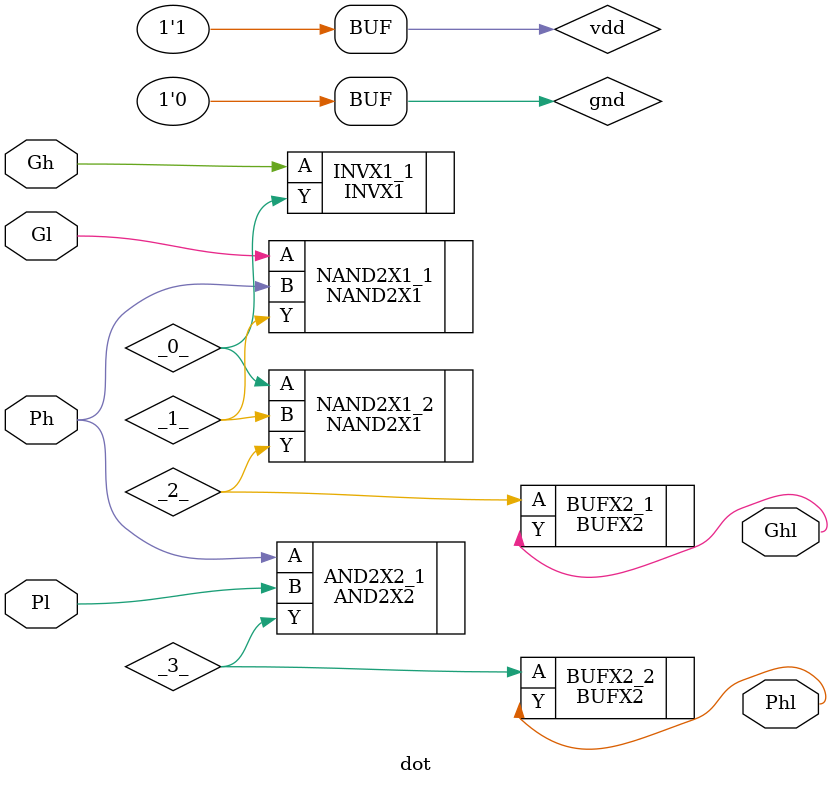
<source format=v>
module dot (Gh, Ph, Gl, Pl, Ghl, Phl);

input Gh;
input Ph;
input Gl;
input Pl;
output Ghl;
output Phl;

wire vdd = 1'b1;
wire gnd = 1'b0;

INVX1 INVX1_1 ( .A(Gh), .Y(_0_) );
NAND2X1 NAND2X1_1 ( .A(Gl), .B(Ph), .Y(_1_) );
NAND2X1 NAND2X1_2 ( .A(_0_), .B(_1_), .Y(_2_) );
AND2X2 AND2X2_1 ( .A(Ph), .B(Pl), .Y(_3_) );
BUFX2 BUFX2_1 ( .A(_2_), .Y(Ghl) );
BUFX2 BUFX2_2 ( .A(_3_), .Y(Phl) );
FILL FILL_0_0_0 ( );
FILL FILL_0_0_1 ( );
FILL FILL_0_0_2 ( );
FILL FILL_0_1_0 ( );
FILL FILL_0_1_1 ( );
FILL FILL_0_1_2 ( );
endmodule

</source>
